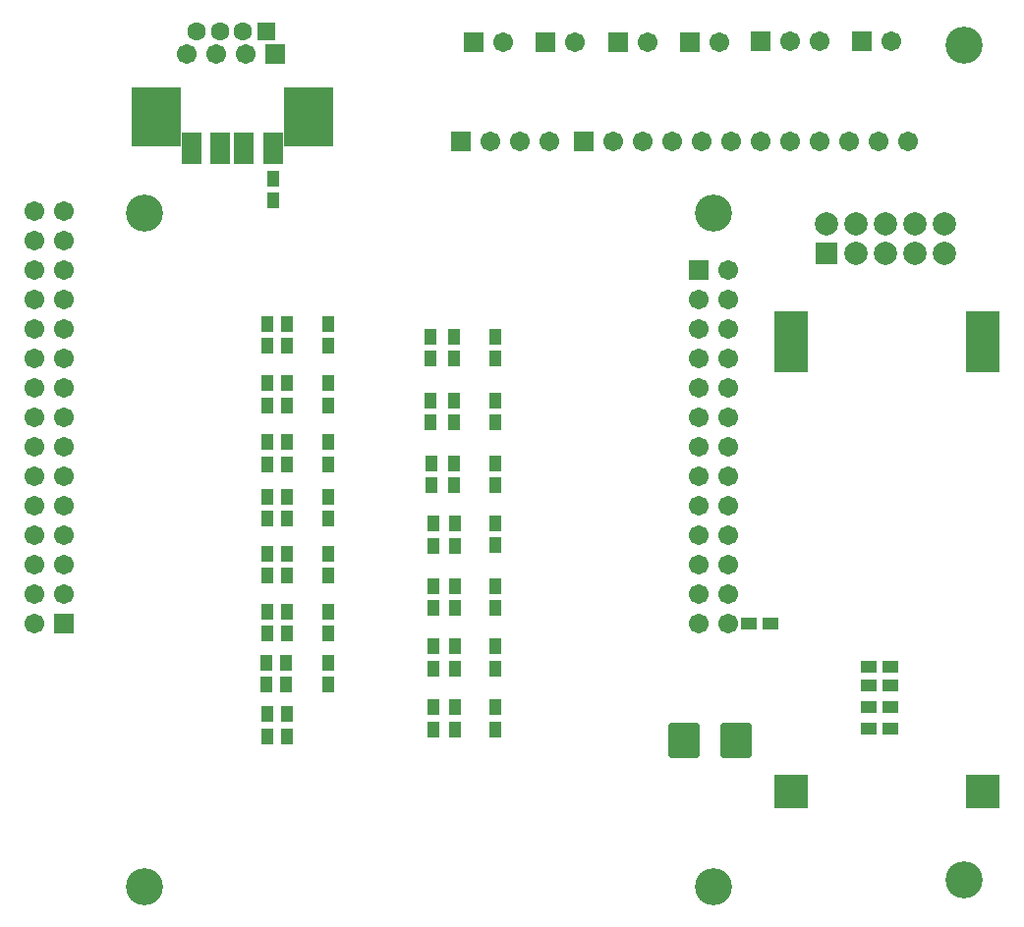
<source format=gbs>
G04 Layer_Color=16711935*
%FSLAX25Y25*%
%MOIN*%
G70*
G01*
G75*
%ADD38R,0.05524X0.04343*%
%ADD39R,0.04343X0.05524*%
%ADD40R,0.06706X0.06706*%
%ADD41C,0.06706*%
%ADD42R,0.06312X0.06312*%
%ADD43C,0.06312*%
%ADD44C,0.12611*%
%ADD45R,0.16548X0.20485*%
%ADD46R,0.06706X0.10642*%
%ADD47R,0.07194X0.07194*%
%ADD48C,0.07887*%
%ADD49R,0.06706X0.06706*%
%ADD50R,0.11824X0.11824*%
G04:AMPARAMS|DCode=51|XSize=118mil|YSize=108mil|CornerRadius=27mil|HoleSize=0mil|Usage=FLASHONLY|Rotation=270.000|XOffset=0mil|YOffset=0mil|HoleType=Round|Shape=RoundedRectangle|*
%AMROUNDEDRECTD51*
21,1,0.11800,0.05400,0,0,270.0*
21,1,0.06400,0.10800,0,0,270.0*
1,1,0.05400,-0.02700,-0.03200*
1,1,0.05400,-0.02700,0.03200*
1,1,0.05400,0.02700,0.03200*
1,1,0.05400,0.02700,-0.03200*
%
%ADD51ROUNDEDRECTD51*%
G04:AMPARAMS|DCode=52|XSize=58mil|YSize=108mil|CornerRadius=10.25mil|HoleSize=0mil|Usage=FLASHONLY|Rotation=270.000|XOffset=0mil|YOffset=0mil|HoleType=Round|Shape=RoundedRectangle|*
%AMROUNDEDRECTD52*
21,1,0.05800,0.08750,0,0,270.0*
21,1,0.03750,0.10800,0,0,270.0*
1,1,0.02050,-0.04375,-0.01875*
1,1,0.02050,-0.04375,0.01875*
1,1,0.02050,0.04375,0.01875*
1,1,0.02050,0.04375,-0.01875*
%
%ADD52ROUNDEDRECTD52*%
D38*
X275803Y74410D02*
D03*
X268323D02*
D03*
X235094Y102520D02*
D03*
X227614D02*
D03*
X268291Y66929D02*
D03*
X275772D02*
D03*
X268291Y87795D02*
D03*
X275772D02*
D03*
X275803Y81496D02*
D03*
X268323D02*
D03*
D39*
X141669Y178323D02*
D03*
Y170843D02*
D03*
Y94858D02*
D03*
Y87378D02*
D03*
Y136591D02*
D03*
Y129110D02*
D03*
Y199976D02*
D03*
Y192496D02*
D03*
Y157063D02*
D03*
Y149583D02*
D03*
Y115331D02*
D03*
Y107850D02*
D03*
Y74205D02*
D03*
Y66724D02*
D03*
X128016Y87347D02*
D03*
Y94827D02*
D03*
Y129079D02*
D03*
Y136559D02*
D03*
Y107819D02*
D03*
Y115299D02*
D03*
Y66693D02*
D03*
Y74173D02*
D03*
X127622Y149551D02*
D03*
Y157032D02*
D03*
Y170811D02*
D03*
Y178291D02*
D03*
Y192465D02*
D03*
Y199945D02*
D03*
X119748Y170811D02*
D03*
Y178291D02*
D03*
Y192465D02*
D03*
Y199945D02*
D03*
X120142Y149551D02*
D03*
Y157032D02*
D03*
X120535Y129079D02*
D03*
Y136559D02*
D03*
Y107819D02*
D03*
Y115299D02*
D03*
Y87347D02*
D03*
Y94827D02*
D03*
Y66693D02*
D03*
Y74173D02*
D03*
X84976Y184228D02*
D03*
Y176748D02*
D03*
Y204307D02*
D03*
Y196827D02*
D03*
Y164150D02*
D03*
Y156669D02*
D03*
Y145646D02*
D03*
Y138165D02*
D03*
Y126354D02*
D03*
Y118874D02*
D03*
Y106669D02*
D03*
Y99189D02*
D03*
X85102Y81835D02*
D03*
Y89315D02*
D03*
X70929Y64331D02*
D03*
Y71811D02*
D03*
Y176716D02*
D03*
Y184197D02*
D03*
Y196795D02*
D03*
Y204276D02*
D03*
Y156638D02*
D03*
Y164118D02*
D03*
Y138134D02*
D03*
Y145614D02*
D03*
Y118842D02*
D03*
Y126323D02*
D03*
Y99158D02*
D03*
Y106638D02*
D03*
X70803Y89346D02*
D03*
Y81866D02*
D03*
X64236Y64331D02*
D03*
Y71811D02*
D03*
Y176716D02*
D03*
Y184197D02*
D03*
Y196795D02*
D03*
Y204276D02*
D03*
Y156638D02*
D03*
Y164118D02*
D03*
Y138134D02*
D03*
Y145614D02*
D03*
Y118842D02*
D03*
Y126323D02*
D03*
Y99158D02*
D03*
Y106638D02*
D03*
X64110Y89346D02*
D03*
Y81866D02*
D03*
X66181Y246205D02*
D03*
Y253685D02*
D03*
D40*
X67126Y296063D02*
D03*
X129921Y266299D02*
D03*
X231732Y300157D02*
D03*
X134370Y299764D02*
D03*
X158780D02*
D03*
X183189D02*
D03*
X207598D02*
D03*
X265866Y300157D02*
D03*
X171653Y266299D02*
D03*
D41*
X57126Y296063D02*
D03*
X47126D02*
D03*
X37126D02*
D03*
X159921Y266299D02*
D03*
X149921D02*
D03*
X139921D02*
D03*
X241732Y300157D02*
D03*
X251732D02*
D03*
X144370Y299764D02*
D03*
X168780D02*
D03*
X193189D02*
D03*
X217598D02*
D03*
X275866Y300157D02*
D03*
X-14724Y242520D02*
D03*
X-4724D02*
D03*
X-14724Y232520D02*
D03*
X-4724D02*
D03*
X-14724Y222520D02*
D03*
X-4724D02*
D03*
X-14724Y212520D02*
D03*
X-4724D02*
D03*
X-14724Y202520D02*
D03*
X-4724D02*
D03*
X-14724Y192520D02*
D03*
X-4724D02*
D03*
X-14724Y182520D02*
D03*
X-4724D02*
D03*
X-14724Y172520D02*
D03*
X-4724D02*
D03*
X-14724Y162520D02*
D03*
X-4724D02*
D03*
X-14724Y152520D02*
D03*
X-4724D02*
D03*
X-14724Y142520D02*
D03*
X-4724D02*
D03*
X-14724Y132520D02*
D03*
X-4724D02*
D03*
X-14724Y122520D02*
D03*
X-4724D02*
D03*
X-14724Y112520D02*
D03*
X-4724D02*
D03*
X-14724Y102520D02*
D03*
X220669Y222461D02*
D03*
X210669Y212461D02*
D03*
X220669D02*
D03*
X210669Y202461D02*
D03*
X220669D02*
D03*
X210669Y192461D02*
D03*
X220669D02*
D03*
X210669Y182461D02*
D03*
X220669D02*
D03*
X210669Y172461D02*
D03*
X220669D02*
D03*
X210669Y162461D02*
D03*
X220669D02*
D03*
X210669Y152461D02*
D03*
X220669D02*
D03*
X210669Y142461D02*
D03*
X220669D02*
D03*
X210669Y132461D02*
D03*
X220669D02*
D03*
X210669Y122461D02*
D03*
X220669D02*
D03*
X210669Y112461D02*
D03*
X220669D02*
D03*
X210669Y102461D02*
D03*
X220669D02*
D03*
X181653Y266299D02*
D03*
X191654D02*
D03*
X201654D02*
D03*
X211653D02*
D03*
X221654D02*
D03*
X231653D02*
D03*
X241653D02*
D03*
X251654D02*
D03*
X261653D02*
D03*
X271654D02*
D03*
X281653D02*
D03*
D42*
X63976Y303740D02*
D03*
D43*
X56102D02*
D03*
X48228D02*
D03*
X40354D02*
D03*
D44*
X300630Y298752D02*
D03*
Y15748D02*
D03*
X215591Y241752D02*
D03*
Y13386D02*
D03*
X22677D02*
D03*
Y241752D02*
D03*
D45*
X26535Y274567D02*
D03*
X78268D02*
D03*
D46*
X38622Y263937D02*
D03*
X48465D02*
D03*
X56339D02*
D03*
X66181D02*
D03*
D47*
X254016Y228228D02*
D03*
D48*
X264016D02*
D03*
X274016D02*
D03*
X284016D02*
D03*
X294016D02*
D03*
Y238228D02*
D03*
X284016D02*
D03*
X274016D02*
D03*
X264016D02*
D03*
X254016D02*
D03*
D49*
X-4724Y102520D02*
D03*
X210669Y222461D02*
D03*
D50*
X306929Y45669D02*
D03*
X241968D02*
D03*
Y193701D02*
D03*
X306929D02*
D03*
Y203051D02*
D03*
X241968D02*
D03*
D51*
X205709Y62795D02*
D03*
X223425D02*
D03*
D52*
X205709Y59795D02*
D03*
Y65795D02*
D03*
X223425D02*
D03*
Y59795D02*
D03*
M02*

</source>
